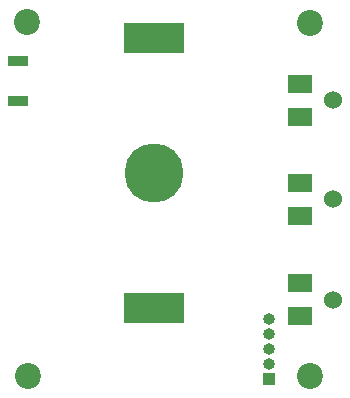
<source format=gbs>
G04 #@! TF.FileFunction,Soldermask,Bot*
%FSLAX46Y46*%
G04 Gerber Fmt 4.6, Leading zero omitted, Abs format (unit mm)*
G04 Created by KiCad (PCBNEW 4.0.5) date 05/13/17 18:28:42*
%MOMM*%
%LPD*%
G01*
G04 APERTURE LIST*
%ADD10C,0.100000*%
%ADD11R,1.000000X1.000000*%
%ADD12O,1.000000X1.000000*%
%ADD13R,5.100000X2.500000*%
%ADD14C,5.000000*%
%ADD15R,1.700000X0.900000*%
%ADD16C,2.200000*%
%ADD17C,1.524000*%
%ADD18R,2.000000X1.500000*%
G04 APERTURE END LIST*
D10*
D11*
X123825000Y-86741000D03*
D12*
X123825000Y-85471000D03*
X123825000Y-84201000D03*
X123825000Y-82931000D03*
X123825000Y-81661000D03*
D13*
X114109500Y-80728500D03*
X114109500Y-57828500D03*
D14*
X114109500Y-69278500D03*
D15*
X102616000Y-59768000D03*
X102616000Y-63168000D03*
D16*
X103327200Y-56464200D03*
X127304800Y-56540400D03*
X103428800Y-86410800D03*
X127279400Y-86410800D03*
D17*
X129254000Y-80010000D03*
D18*
X126454000Y-81410000D03*
X126454000Y-78610000D03*
D17*
X129254000Y-71501000D03*
D18*
X126454000Y-72901000D03*
X126454000Y-70101000D03*
D17*
X129254000Y-63119000D03*
D18*
X126454000Y-64519000D03*
X126454000Y-61719000D03*
M02*

</source>
